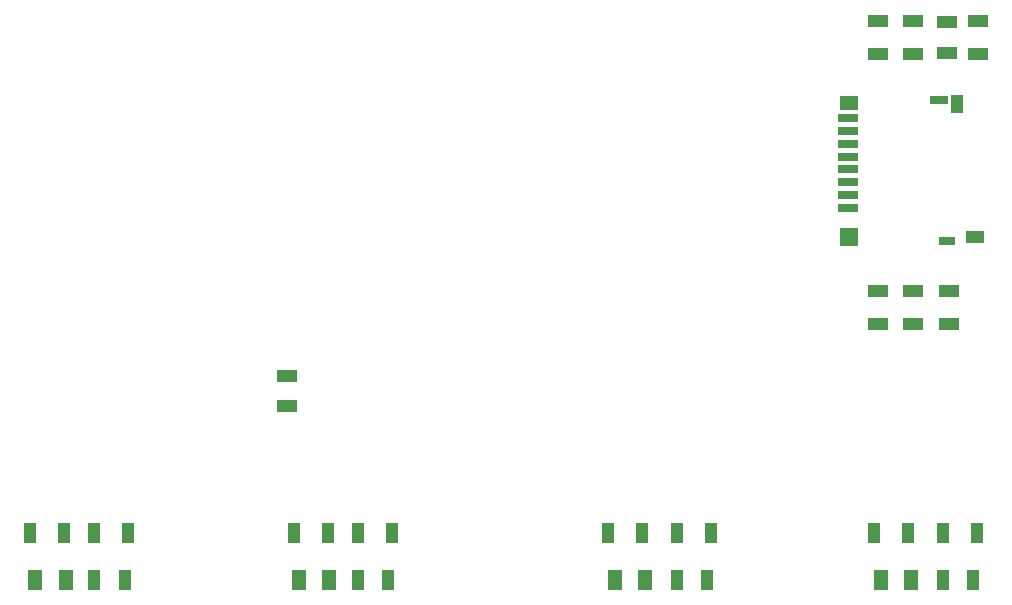
<source format=gtp>
G04*
G04 #@! TF.GenerationSoftware,Altium Limited,Altium Designer,25.1.2 (22)*
G04*
G04 Layer_Color=8421504*
%FSLAX25Y25*%
%MOIN*%
G70*
G04*
G04 #@! TF.SameCoordinates,8C14AA3A-0FC9-406D-BE4B-2EB75CFADBCC*
G04*
G04*
G04 #@! TF.FilePolarity,Positive*
G04*
G01*
G75*
%ADD15R,0.04134X0.07087*%
%ADD16R,0.04166X0.06544*%
%ADD17R,0.04935X0.07103*%
%ADD18R,0.06693X0.04331*%
%ADD19R,0.03937X0.06102*%
%ADD20R,0.06102X0.03937*%
%ADD21R,0.05512X0.03150*%
%ADD22R,0.05906X0.03150*%
%ADD23R,0.05906X0.05118*%
%ADD24R,0.05906X0.05906*%
%ADD25R,0.06890X0.02756*%
%ADD26R,0.06544X0.04166*%
D15*
X466535Y173228D02*
D03*
X476575D02*
D03*
X377953D02*
D03*
X387992D02*
D03*
X271654D02*
D03*
X281693D02*
D03*
X183701D02*
D03*
X193740D02*
D03*
D16*
X466535Y188976D02*
D03*
X477772D02*
D03*
X443488D02*
D03*
X454724D02*
D03*
X377953D02*
D03*
X389189D02*
D03*
X354906D02*
D03*
X366142D02*
D03*
X271654D02*
D03*
X282890D02*
D03*
X250287D02*
D03*
X261524D02*
D03*
X183701D02*
D03*
X194937D02*
D03*
X162335D02*
D03*
X173571D02*
D03*
D17*
X455808Y173228D02*
D03*
X445766D02*
D03*
X367226D02*
D03*
X357184D02*
D03*
X262011D02*
D03*
X251969D02*
D03*
X174058D02*
D03*
X164016D02*
D03*
D18*
X248031Y231102D02*
D03*
Y241339D02*
D03*
X467815Y359055D02*
D03*
Y348819D02*
D03*
D19*
X471161Y331988D02*
D03*
D20*
X477362Y287697D02*
D03*
D21*
X467815Y286122D02*
D03*
D22*
X465256Y333169D02*
D03*
D23*
X435335Y332087D02*
D03*
D24*
Y287402D02*
D03*
D25*
X434842Y327362D02*
D03*
Y323031D02*
D03*
Y318701D02*
D03*
Y314370D02*
D03*
Y310039D02*
D03*
Y305709D02*
D03*
Y301378D02*
D03*
Y297047D02*
D03*
D26*
X444882Y258449D02*
D03*
Y269685D02*
D03*
X456693Y258449D02*
D03*
Y269685D02*
D03*
X468504Y258449D02*
D03*
Y269685D02*
D03*
X478346Y359661D02*
D03*
Y348425D02*
D03*
X444882Y359661D02*
D03*
Y348425D02*
D03*
X456693Y359661D02*
D03*
Y348425D02*
D03*
M02*

</source>
